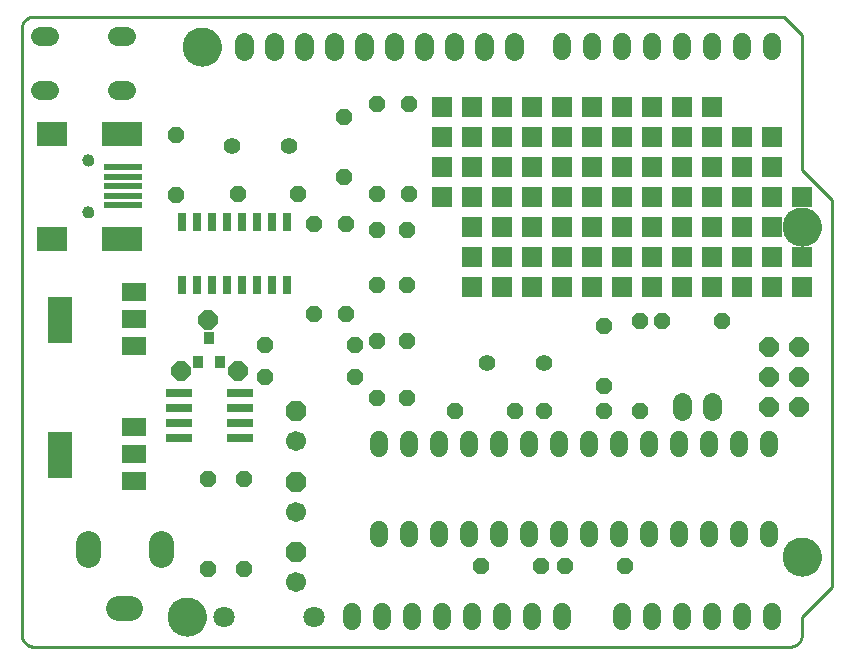
<source format=gts>
G75*
%MOIN*%
%OFA0B0*%
%FSLAX25Y25*%
%IPPOS*%
%LPD*%
%AMOC8*
5,1,8,0,0,1.08239X$1,22.5*
%
%ADD10C,0.01000*%
%ADD11C,0.00000*%
%ADD12C,0.12998*%
%ADD13C,0.06000*%
%ADD14OC8,0.06502*%
%ADD15C,0.06400*%
%ADD16OC8,0.06700*%
%ADD17C,0.06700*%
%ADD18OC8,0.05600*%
%ADD19R,0.03500X0.03900*%
%ADD20R,0.09061X0.02762*%
%ADD21R,0.08300X0.06300*%
%ADD22R,0.08300X0.15400*%
%ADD23R,0.10243X0.08274*%
%ADD24R,0.13392X0.08274*%
%ADD25R,0.12605X0.02369*%
%ADD26C,0.03943*%
%ADD27C,0.05600*%
%ADD28R,0.02900X0.06400*%
%ADD29C,0.07093*%
%ADD30OC8,0.06400*%
%ADD31C,0.08400*%
%ADD32R,0.06896X0.06896*%
D10*
X0009770Y0009437D02*
X0009770Y0211563D01*
X0009772Y0211687D01*
X0009778Y0211810D01*
X0009787Y0211934D01*
X0009801Y0212056D01*
X0009818Y0212179D01*
X0009840Y0212301D01*
X0009865Y0212422D01*
X0009894Y0212542D01*
X0009926Y0212661D01*
X0009963Y0212780D01*
X0010003Y0212897D01*
X0010046Y0213012D01*
X0010094Y0213127D01*
X0010145Y0213239D01*
X0010199Y0213350D01*
X0010257Y0213460D01*
X0010318Y0213567D01*
X0010383Y0213673D01*
X0010451Y0213776D01*
X0010522Y0213877D01*
X0010596Y0213976D01*
X0010673Y0214073D01*
X0010754Y0214167D01*
X0010837Y0214258D01*
X0010923Y0214347D01*
X0011012Y0214433D01*
X0011103Y0214516D01*
X0011197Y0214597D01*
X0011294Y0214674D01*
X0011393Y0214748D01*
X0011494Y0214819D01*
X0011597Y0214887D01*
X0011703Y0214952D01*
X0011810Y0215013D01*
X0011920Y0215071D01*
X0012031Y0215125D01*
X0012143Y0215176D01*
X0012258Y0215224D01*
X0012373Y0215267D01*
X0012490Y0215307D01*
X0012609Y0215344D01*
X0012728Y0215376D01*
X0012848Y0215405D01*
X0012969Y0215430D01*
X0013091Y0215452D01*
X0013214Y0215469D01*
X0013336Y0215483D01*
X0013460Y0215492D01*
X0013583Y0215498D01*
X0013707Y0215500D01*
X0263770Y0215500D01*
X0269770Y0209500D01*
X0269770Y0164500D01*
X0279770Y0154500D01*
X0279770Y0025500D01*
X0269770Y0015500D01*
X0269770Y0009437D01*
X0269768Y0009313D01*
X0269762Y0009190D01*
X0269753Y0009066D01*
X0269739Y0008944D01*
X0269722Y0008821D01*
X0269700Y0008699D01*
X0269675Y0008578D01*
X0269646Y0008458D01*
X0269614Y0008339D01*
X0269577Y0008220D01*
X0269537Y0008103D01*
X0269494Y0007988D01*
X0269446Y0007873D01*
X0269395Y0007761D01*
X0269341Y0007650D01*
X0269283Y0007540D01*
X0269222Y0007433D01*
X0269157Y0007327D01*
X0269089Y0007224D01*
X0269018Y0007123D01*
X0268944Y0007024D01*
X0268867Y0006927D01*
X0268786Y0006833D01*
X0268703Y0006742D01*
X0268617Y0006653D01*
X0268528Y0006567D01*
X0268437Y0006484D01*
X0268343Y0006403D01*
X0268246Y0006326D01*
X0268147Y0006252D01*
X0268046Y0006181D01*
X0267943Y0006113D01*
X0267837Y0006048D01*
X0267730Y0005987D01*
X0267620Y0005929D01*
X0267509Y0005875D01*
X0267397Y0005824D01*
X0267282Y0005776D01*
X0267167Y0005733D01*
X0267050Y0005693D01*
X0266931Y0005656D01*
X0266812Y0005624D01*
X0266692Y0005595D01*
X0266571Y0005570D01*
X0266449Y0005548D01*
X0266326Y0005531D01*
X0266204Y0005517D01*
X0266080Y0005508D01*
X0265957Y0005502D01*
X0265833Y0005500D01*
X0013707Y0005500D01*
X0013583Y0005502D01*
X0013460Y0005508D01*
X0013336Y0005517D01*
X0013214Y0005531D01*
X0013091Y0005548D01*
X0012969Y0005570D01*
X0012848Y0005595D01*
X0012728Y0005624D01*
X0012609Y0005656D01*
X0012490Y0005693D01*
X0012373Y0005733D01*
X0012258Y0005776D01*
X0012143Y0005824D01*
X0012031Y0005875D01*
X0011920Y0005929D01*
X0011810Y0005987D01*
X0011703Y0006048D01*
X0011597Y0006113D01*
X0011494Y0006181D01*
X0011393Y0006252D01*
X0011294Y0006326D01*
X0011197Y0006403D01*
X0011103Y0006484D01*
X0011012Y0006567D01*
X0010923Y0006653D01*
X0010837Y0006742D01*
X0010754Y0006833D01*
X0010673Y0006927D01*
X0010596Y0007024D01*
X0010522Y0007123D01*
X0010451Y0007224D01*
X0010383Y0007327D01*
X0010318Y0007433D01*
X0010257Y0007540D01*
X0010199Y0007650D01*
X0010145Y0007761D01*
X0010094Y0007873D01*
X0010046Y0007988D01*
X0010003Y0008103D01*
X0009963Y0008220D01*
X0009926Y0008339D01*
X0009894Y0008458D01*
X0009865Y0008578D01*
X0009840Y0008699D01*
X0009818Y0008821D01*
X0009801Y0008944D01*
X0009787Y0009066D01*
X0009778Y0009190D01*
X0009772Y0009313D01*
X0009770Y0009437D01*
D11*
X0058471Y0015500D02*
X0058473Y0015658D01*
X0058479Y0015816D01*
X0058489Y0015974D01*
X0058503Y0016132D01*
X0058521Y0016289D01*
X0058542Y0016446D01*
X0058568Y0016602D01*
X0058598Y0016758D01*
X0058631Y0016913D01*
X0058669Y0017066D01*
X0058710Y0017219D01*
X0058755Y0017371D01*
X0058804Y0017522D01*
X0058857Y0017671D01*
X0058913Y0017819D01*
X0058973Y0017965D01*
X0059037Y0018110D01*
X0059105Y0018253D01*
X0059176Y0018395D01*
X0059250Y0018535D01*
X0059328Y0018672D01*
X0059410Y0018808D01*
X0059494Y0018942D01*
X0059583Y0019073D01*
X0059674Y0019202D01*
X0059769Y0019329D01*
X0059866Y0019454D01*
X0059967Y0019576D01*
X0060071Y0019695D01*
X0060178Y0019812D01*
X0060288Y0019926D01*
X0060401Y0020037D01*
X0060516Y0020146D01*
X0060634Y0020251D01*
X0060755Y0020353D01*
X0060878Y0020453D01*
X0061004Y0020549D01*
X0061132Y0020642D01*
X0061262Y0020732D01*
X0061395Y0020818D01*
X0061530Y0020902D01*
X0061666Y0020981D01*
X0061805Y0021058D01*
X0061946Y0021130D01*
X0062088Y0021200D01*
X0062232Y0021265D01*
X0062378Y0021327D01*
X0062525Y0021385D01*
X0062674Y0021440D01*
X0062824Y0021491D01*
X0062975Y0021538D01*
X0063127Y0021581D01*
X0063280Y0021620D01*
X0063435Y0021656D01*
X0063590Y0021687D01*
X0063746Y0021715D01*
X0063902Y0021739D01*
X0064059Y0021759D01*
X0064217Y0021775D01*
X0064374Y0021787D01*
X0064533Y0021795D01*
X0064691Y0021799D01*
X0064849Y0021799D01*
X0065007Y0021795D01*
X0065166Y0021787D01*
X0065323Y0021775D01*
X0065481Y0021759D01*
X0065638Y0021739D01*
X0065794Y0021715D01*
X0065950Y0021687D01*
X0066105Y0021656D01*
X0066260Y0021620D01*
X0066413Y0021581D01*
X0066565Y0021538D01*
X0066716Y0021491D01*
X0066866Y0021440D01*
X0067015Y0021385D01*
X0067162Y0021327D01*
X0067308Y0021265D01*
X0067452Y0021200D01*
X0067594Y0021130D01*
X0067735Y0021058D01*
X0067874Y0020981D01*
X0068010Y0020902D01*
X0068145Y0020818D01*
X0068278Y0020732D01*
X0068408Y0020642D01*
X0068536Y0020549D01*
X0068662Y0020453D01*
X0068785Y0020353D01*
X0068906Y0020251D01*
X0069024Y0020146D01*
X0069139Y0020037D01*
X0069252Y0019926D01*
X0069362Y0019812D01*
X0069469Y0019695D01*
X0069573Y0019576D01*
X0069674Y0019454D01*
X0069771Y0019329D01*
X0069866Y0019202D01*
X0069957Y0019073D01*
X0070046Y0018942D01*
X0070130Y0018808D01*
X0070212Y0018672D01*
X0070290Y0018535D01*
X0070364Y0018395D01*
X0070435Y0018253D01*
X0070503Y0018110D01*
X0070567Y0017965D01*
X0070627Y0017819D01*
X0070683Y0017671D01*
X0070736Y0017522D01*
X0070785Y0017371D01*
X0070830Y0017219D01*
X0070871Y0017066D01*
X0070909Y0016913D01*
X0070942Y0016758D01*
X0070972Y0016602D01*
X0070998Y0016446D01*
X0071019Y0016289D01*
X0071037Y0016132D01*
X0071051Y0015974D01*
X0071061Y0015816D01*
X0071067Y0015658D01*
X0071069Y0015500D01*
X0071067Y0015342D01*
X0071061Y0015184D01*
X0071051Y0015026D01*
X0071037Y0014868D01*
X0071019Y0014711D01*
X0070998Y0014554D01*
X0070972Y0014398D01*
X0070942Y0014242D01*
X0070909Y0014087D01*
X0070871Y0013934D01*
X0070830Y0013781D01*
X0070785Y0013629D01*
X0070736Y0013478D01*
X0070683Y0013329D01*
X0070627Y0013181D01*
X0070567Y0013035D01*
X0070503Y0012890D01*
X0070435Y0012747D01*
X0070364Y0012605D01*
X0070290Y0012465D01*
X0070212Y0012328D01*
X0070130Y0012192D01*
X0070046Y0012058D01*
X0069957Y0011927D01*
X0069866Y0011798D01*
X0069771Y0011671D01*
X0069674Y0011546D01*
X0069573Y0011424D01*
X0069469Y0011305D01*
X0069362Y0011188D01*
X0069252Y0011074D01*
X0069139Y0010963D01*
X0069024Y0010854D01*
X0068906Y0010749D01*
X0068785Y0010647D01*
X0068662Y0010547D01*
X0068536Y0010451D01*
X0068408Y0010358D01*
X0068278Y0010268D01*
X0068145Y0010182D01*
X0068010Y0010098D01*
X0067874Y0010019D01*
X0067735Y0009942D01*
X0067594Y0009870D01*
X0067452Y0009800D01*
X0067308Y0009735D01*
X0067162Y0009673D01*
X0067015Y0009615D01*
X0066866Y0009560D01*
X0066716Y0009509D01*
X0066565Y0009462D01*
X0066413Y0009419D01*
X0066260Y0009380D01*
X0066105Y0009344D01*
X0065950Y0009313D01*
X0065794Y0009285D01*
X0065638Y0009261D01*
X0065481Y0009241D01*
X0065323Y0009225D01*
X0065166Y0009213D01*
X0065007Y0009205D01*
X0064849Y0009201D01*
X0064691Y0009201D01*
X0064533Y0009205D01*
X0064374Y0009213D01*
X0064217Y0009225D01*
X0064059Y0009241D01*
X0063902Y0009261D01*
X0063746Y0009285D01*
X0063590Y0009313D01*
X0063435Y0009344D01*
X0063280Y0009380D01*
X0063127Y0009419D01*
X0062975Y0009462D01*
X0062824Y0009509D01*
X0062674Y0009560D01*
X0062525Y0009615D01*
X0062378Y0009673D01*
X0062232Y0009735D01*
X0062088Y0009800D01*
X0061946Y0009870D01*
X0061805Y0009942D01*
X0061666Y0010019D01*
X0061530Y0010098D01*
X0061395Y0010182D01*
X0061262Y0010268D01*
X0061132Y0010358D01*
X0061004Y0010451D01*
X0060878Y0010547D01*
X0060755Y0010647D01*
X0060634Y0010749D01*
X0060516Y0010854D01*
X0060401Y0010963D01*
X0060288Y0011074D01*
X0060178Y0011188D01*
X0060071Y0011305D01*
X0059967Y0011424D01*
X0059866Y0011546D01*
X0059769Y0011671D01*
X0059674Y0011798D01*
X0059583Y0011927D01*
X0059494Y0012058D01*
X0059410Y0012192D01*
X0059328Y0012328D01*
X0059250Y0012465D01*
X0059176Y0012605D01*
X0059105Y0012747D01*
X0059037Y0012890D01*
X0058973Y0013035D01*
X0058913Y0013181D01*
X0058857Y0013329D01*
X0058804Y0013478D01*
X0058755Y0013629D01*
X0058710Y0013781D01*
X0058669Y0013934D01*
X0058631Y0014087D01*
X0058598Y0014242D01*
X0058568Y0014398D01*
X0058542Y0014554D01*
X0058521Y0014711D01*
X0058503Y0014868D01*
X0058489Y0015026D01*
X0058479Y0015184D01*
X0058473Y0015342D01*
X0058471Y0015500D01*
X0029998Y0150339D02*
X0030000Y0150423D01*
X0030006Y0150506D01*
X0030016Y0150589D01*
X0030030Y0150672D01*
X0030047Y0150754D01*
X0030069Y0150835D01*
X0030094Y0150914D01*
X0030123Y0150993D01*
X0030156Y0151070D01*
X0030192Y0151145D01*
X0030232Y0151219D01*
X0030275Y0151291D01*
X0030322Y0151360D01*
X0030372Y0151427D01*
X0030425Y0151492D01*
X0030481Y0151554D01*
X0030539Y0151614D01*
X0030601Y0151671D01*
X0030665Y0151724D01*
X0030732Y0151775D01*
X0030801Y0151822D01*
X0030872Y0151867D01*
X0030945Y0151907D01*
X0031020Y0151944D01*
X0031097Y0151978D01*
X0031175Y0152008D01*
X0031254Y0152034D01*
X0031335Y0152057D01*
X0031417Y0152075D01*
X0031499Y0152090D01*
X0031582Y0152101D01*
X0031665Y0152108D01*
X0031749Y0152111D01*
X0031833Y0152110D01*
X0031916Y0152105D01*
X0032000Y0152096D01*
X0032082Y0152083D01*
X0032164Y0152067D01*
X0032245Y0152046D01*
X0032326Y0152022D01*
X0032404Y0151994D01*
X0032482Y0151962D01*
X0032558Y0151926D01*
X0032632Y0151887D01*
X0032704Y0151845D01*
X0032774Y0151799D01*
X0032842Y0151750D01*
X0032907Y0151698D01*
X0032970Y0151643D01*
X0033030Y0151585D01*
X0033088Y0151524D01*
X0033142Y0151460D01*
X0033194Y0151394D01*
X0033242Y0151326D01*
X0033287Y0151255D01*
X0033328Y0151182D01*
X0033367Y0151108D01*
X0033401Y0151032D01*
X0033432Y0150954D01*
X0033459Y0150875D01*
X0033483Y0150794D01*
X0033502Y0150713D01*
X0033518Y0150631D01*
X0033530Y0150548D01*
X0033538Y0150464D01*
X0033542Y0150381D01*
X0033542Y0150297D01*
X0033538Y0150214D01*
X0033530Y0150130D01*
X0033518Y0150047D01*
X0033502Y0149965D01*
X0033483Y0149884D01*
X0033459Y0149803D01*
X0033432Y0149724D01*
X0033401Y0149646D01*
X0033367Y0149570D01*
X0033328Y0149496D01*
X0033287Y0149423D01*
X0033242Y0149352D01*
X0033194Y0149284D01*
X0033142Y0149218D01*
X0033088Y0149154D01*
X0033030Y0149093D01*
X0032970Y0149035D01*
X0032907Y0148980D01*
X0032842Y0148928D01*
X0032774Y0148879D01*
X0032704Y0148833D01*
X0032632Y0148791D01*
X0032558Y0148752D01*
X0032482Y0148716D01*
X0032404Y0148684D01*
X0032326Y0148656D01*
X0032245Y0148632D01*
X0032164Y0148611D01*
X0032082Y0148595D01*
X0032000Y0148582D01*
X0031916Y0148573D01*
X0031833Y0148568D01*
X0031749Y0148567D01*
X0031665Y0148570D01*
X0031582Y0148577D01*
X0031499Y0148588D01*
X0031417Y0148603D01*
X0031335Y0148621D01*
X0031254Y0148644D01*
X0031175Y0148670D01*
X0031097Y0148700D01*
X0031020Y0148734D01*
X0030945Y0148771D01*
X0030872Y0148811D01*
X0030801Y0148856D01*
X0030732Y0148903D01*
X0030665Y0148954D01*
X0030601Y0149007D01*
X0030539Y0149064D01*
X0030481Y0149124D01*
X0030425Y0149186D01*
X0030372Y0149251D01*
X0030322Y0149318D01*
X0030275Y0149387D01*
X0030232Y0149459D01*
X0030192Y0149533D01*
X0030156Y0149608D01*
X0030123Y0149685D01*
X0030094Y0149764D01*
X0030069Y0149843D01*
X0030047Y0149924D01*
X0030030Y0150006D01*
X0030016Y0150089D01*
X0030006Y0150172D01*
X0030000Y0150255D01*
X0029998Y0150339D01*
X0029998Y0167661D02*
X0030000Y0167745D01*
X0030006Y0167828D01*
X0030016Y0167911D01*
X0030030Y0167994D01*
X0030047Y0168076D01*
X0030069Y0168157D01*
X0030094Y0168236D01*
X0030123Y0168315D01*
X0030156Y0168392D01*
X0030192Y0168467D01*
X0030232Y0168541D01*
X0030275Y0168613D01*
X0030322Y0168682D01*
X0030372Y0168749D01*
X0030425Y0168814D01*
X0030481Y0168876D01*
X0030539Y0168936D01*
X0030601Y0168993D01*
X0030665Y0169046D01*
X0030732Y0169097D01*
X0030801Y0169144D01*
X0030872Y0169189D01*
X0030945Y0169229D01*
X0031020Y0169266D01*
X0031097Y0169300D01*
X0031175Y0169330D01*
X0031254Y0169356D01*
X0031335Y0169379D01*
X0031417Y0169397D01*
X0031499Y0169412D01*
X0031582Y0169423D01*
X0031665Y0169430D01*
X0031749Y0169433D01*
X0031833Y0169432D01*
X0031916Y0169427D01*
X0032000Y0169418D01*
X0032082Y0169405D01*
X0032164Y0169389D01*
X0032245Y0169368D01*
X0032326Y0169344D01*
X0032404Y0169316D01*
X0032482Y0169284D01*
X0032558Y0169248D01*
X0032632Y0169209D01*
X0032704Y0169167D01*
X0032774Y0169121D01*
X0032842Y0169072D01*
X0032907Y0169020D01*
X0032970Y0168965D01*
X0033030Y0168907D01*
X0033088Y0168846D01*
X0033142Y0168782D01*
X0033194Y0168716D01*
X0033242Y0168648D01*
X0033287Y0168577D01*
X0033328Y0168504D01*
X0033367Y0168430D01*
X0033401Y0168354D01*
X0033432Y0168276D01*
X0033459Y0168197D01*
X0033483Y0168116D01*
X0033502Y0168035D01*
X0033518Y0167953D01*
X0033530Y0167870D01*
X0033538Y0167786D01*
X0033542Y0167703D01*
X0033542Y0167619D01*
X0033538Y0167536D01*
X0033530Y0167452D01*
X0033518Y0167369D01*
X0033502Y0167287D01*
X0033483Y0167206D01*
X0033459Y0167125D01*
X0033432Y0167046D01*
X0033401Y0166968D01*
X0033367Y0166892D01*
X0033328Y0166818D01*
X0033287Y0166745D01*
X0033242Y0166674D01*
X0033194Y0166606D01*
X0033142Y0166540D01*
X0033088Y0166476D01*
X0033030Y0166415D01*
X0032970Y0166357D01*
X0032907Y0166302D01*
X0032842Y0166250D01*
X0032774Y0166201D01*
X0032704Y0166155D01*
X0032632Y0166113D01*
X0032558Y0166074D01*
X0032482Y0166038D01*
X0032404Y0166006D01*
X0032326Y0165978D01*
X0032245Y0165954D01*
X0032164Y0165933D01*
X0032082Y0165917D01*
X0032000Y0165904D01*
X0031916Y0165895D01*
X0031833Y0165890D01*
X0031749Y0165889D01*
X0031665Y0165892D01*
X0031582Y0165899D01*
X0031499Y0165910D01*
X0031417Y0165925D01*
X0031335Y0165943D01*
X0031254Y0165966D01*
X0031175Y0165992D01*
X0031097Y0166022D01*
X0031020Y0166056D01*
X0030945Y0166093D01*
X0030872Y0166133D01*
X0030801Y0166178D01*
X0030732Y0166225D01*
X0030665Y0166276D01*
X0030601Y0166329D01*
X0030539Y0166386D01*
X0030481Y0166446D01*
X0030425Y0166508D01*
X0030372Y0166573D01*
X0030322Y0166640D01*
X0030275Y0166709D01*
X0030232Y0166781D01*
X0030192Y0166855D01*
X0030156Y0166930D01*
X0030123Y0167007D01*
X0030094Y0167086D01*
X0030069Y0167165D01*
X0030047Y0167246D01*
X0030030Y0167328D01*
X0030016Y0167411D01*
X0030006Y0167494D01*
X0030000Y0167577D01*
X0029998Y0167661D01*
X0063471Y0205500D02*
X0063473Y0205658D01*
X0063479Y0205816D01*
X0063489Y0205974D01*
X0063503Y0206132D01*
X0063521Y0206289D01*
X0063542Y0206446D01*
X0063568Y0206602D01*
X0063598Y0206758D01*
X0063631Y0206913D01*
X0063669Y0207066D01*
X0063710Y0207219D01*
X0063755Y0207371D01*
X0063804Y0207522D01*
X0063857Y0207671D01*
X0063913Y0207819D01*
X0063973Y0207965D01*
X0064037Y0208110D01*
X0064105Y0208253D01*
X0064176Y0208395D01*
X0064250Y0208535D01*
X0064328Y0208672D01*
X0064410Y0208808D01*
X0064494Y0208942D01*
X0064583Y0209073D01*
X0064674Y0209202D01*
X0064769Y0209329D01*
X0064866Y0209454D01*
X0064967Y0209576D01*
X0065071Y0209695D01*
X0065178Y0209812D01*
X0065288Y0209926D01*
X0065401Y0210037D01*
X0065516Y0210146D01*
X0065634Y0210251D01*
X0065755Y0210353D01*
X0065878Y0210453D01*
X0066004Y0210549D01*
X0066132Y0210642D01*
X0066262Y0210732D01*
X0066395Y0210818D01*
X0066530Y0210902D01*
X0066666Y0210981D01*
X0066805Y0211058D01*
X0066946Y0211130D01*
X0067088Y0211200D01*
X0067232Y0211265D01*
X0067378Y0211327D01*
X0067525Y0211385D01*
X0067674Y0211440D01*
X0067824Y0211491D01*
X0067975Y0211538D01*
X0068127Y0211581D01*
X0068280Y0211620D01*
X0068435Y0211656D01*
X0068590Y0211687D01*
X0068746Y0211715D01*
X0068902Y0211739D01*
X0069059Y0211759D01*
X0069217Y0211775D01*
X0069374Y0211787D01*
X0069533Y0211795D01*
X0069691Y0211799D01*
X0069849Y0211799D01*
X0070007Y0211795D01*
X0070166Y0211787D01*
X0070323Y0211775D01*
X0070481Y0211759D01*
X0070638Y0211739D01*
X0070794Y0211715D01*
X0070950Y0211687D01*
X0071105Y0211656D01*
X0071260Y0211620D01*
X0071413Y0211581D01*
X0071565Y0211538D01*
X0071716Y0211491D01*
X0071866Y0211440D01*
X0072015Y0211385D01*
X0072162Y0211327D01*
X0072308Y0211265D01*
X0072452Y0211200D01*
X0072594Y0211130D01*
X0072735Y0211058D01*
X0072874Y0210981D01*
X0073010Y0210902D01*
X0073145Y0210818D01*
X0073278Y0210732D01*
X0073408Y0210642D01*
X0073536Y0210549D01*
X0073662Y0210453D01*
X0073785Y0210353D01*
X0073906Y0210251D01*
X0074024Y0210146D01*
X0074139Y0210037D01*
X0074252Y0209926D01*
X0074362Y0209812D01*
X0074469Y0209695D01*
X0074573Y0209576D01*
X0074674Y0209454D01*
X0074771Y0209329D01*
X0074866Y0209202D01*
X0074957Y0209073D01*
X0075046Y0208942D01*
X0075130Y0208808D01*
X0075212Y0208672D01*
X0075290Y0208535D01*
X0075364Y0208395D01*
X0075435Y0208253D01*
X0075503Y0208110D01*
X0075567Y0207965D01*
X0075627Y0207819D01*
X0075683Y0207671D01*
X0075736Y0207522D01*
X0075785Y0207371D01*
X0075830Y0207219D01*
X0075871Y0207066D01*
X0075909Y0206913D01*
X0075942Y0206758D01*
X0075972Y0206602D01*
X0075998Y0206446D01*
X0076019Y0206289D01*
X0076037Y0206132D01*
X0076051Y0205974D01*
X0076061Y0205816D01*
X0076067Y0205658D01*
X0076069Y0205500D01*
X0076067Y0205342D01*
X0076061Y0205184D01*
X0076051Y0205026D01*
X0076037Y0204868D01*
X0076019Y0204711D01*
X0075998Y0204554D01*
X0075972Y0204398D01*
X0075942Y0204242D01*
X0075909Y0204087D01*
X0075871Y0203934D01*
X0075830Y0203781D01*
X0075785Y0203629D01*
X0075736Y0203478D01*
X0075683Y0203329D01*
X0075627Y0203181D01*
X0075567Y0203035D01*
X0075503Y0202890D01*
X0075435Y0202747D01*
X0075364Y0202605D01*
X0075290Y0202465D01*
X0075212Y0202328D01*
X0075130Y0202192D01*
X0075046Y0202058D01*
X0074957Y0201927D01*
X0074866Y0201798D01*
X0074771Y0201671D01*
X0074674Y0201546D01*
X0074573Y0201424D01*
X0074469Y0201305D01*
X0074362Y0201188D01*
X0074252Y0201074D01*
X0074139Y0200963D01*
X0074024Y0200854D01*
X0073906Y0200749D01*
X0073785Y0200647D01*
X0073662Y0200547D01*
X0073536Y0200451D01*
X0073408Y0200358D01*
X0073278Y0200268D01*
X0073145Y0200182D01*
X0073010Y0200098D01*
X0072874Y0200019D01*
X0072735Y0199942D01*
X0072594Y0199870D01*
X0072452Y0199800D01*
X0072308Y0199735D01*
X0072162Y0199673D01*
X0072015Y0199615D01*
X0071866Y0199560D01*
X0071716Y0199509D01*
X0071565Y0199462D01*
X0071413Y0199419D01*
X0071260Y0199380D01*
X0071105Y0199344D01*
X0070950Y0199313D01*
X0070794Y0199285D01*
X0070638Y0199261D01*
X0070481Y0199241D01*
X0070323Y0199225D01*
X0070166Y0199213D01*
X0070007Y0199205D01*
X0069849Y0199201D01*
X0069691Y0199201D01*
X0069533Y0199205D01*
X0069374Y0199213D01*
X0069217Y0199225D01*
X0069059Y0199241D01*
X0068902Y0199261D01*
X0068746Y0199285D01*
X0068590Y0199313D01*
X0068435Y0199344D01*
X0068280Y0199380D01*
X0068127Y0199419D01*
X0067975Y0199462D01*
X0067824Y0199509D01*
X0067674Y0199560D01*
X0067525Y0199615D01*
X0067378Y0199673D01*
X0067232Y0199735D01*
X0067088Y0199800D01*
X0066946Y0199870D01*
X0066805Y0199942D01*
X0066666Y0200019D01*
X0066530Y0200098D01*
X0066395Y0200182D01*
X0066262Y0200268D01*
X0066132Y0200358D01*
X0066004Y0200451D01*
X0065878Y0200547D01*
X0065755Y0200647D01*
X0065634Y0200749D01*
X0065516Y0200854D01*
X0065401Y0200963D01*
X0065288Y0201074D01*
X0065178Y0201188D01*
X0065071Y0201305D01*
X0064967Y0201424D01*
X0064866Y0201546D01*
X0064769Y0201671D01*
X0064674Y0201798D01*
X0064583Y0201927D01*
X0064494Y0202058D01*
X0064410Y0202192D01*
X0064328Y0202328D01*
X0064250Y0202465D01*
X0064176Y0202605D01*
X0064105Y0202747D01*
X0064037Y0202890D01*
X0063973Y0203035D01*
X0063913Y0203181D01*
X0063857Y0203329D01*
X0063804Y0203478D01*
X0063755Y0203629D01*
X0063710Y0203781D01*
X0063669Y0203934D01*
X0063631Y0204087D01*
X0063598Y0204242D01*
X0063568Y0204398D01*
X0063542Y0204554D01*
X0063521Y0204711D01*
X0063503Y0204868D01*
X0063489Y0205026D01*
X0063479Y0205184D01*
X0063473Y0205342D01*
X0063471Y0205500D01*
X0263471Y0145500D02*
X0263473Y0145658D01*
X0263479Y0145816D01*
X0263489Y0145974D01*
X0263503Y0146132D01*
X0263521Y0146289D01*
X0263542Y0146446D01*
X0263568Y0146602D01*
X0263598Y0146758D01*
X0263631Y0146913D01*
X0263669Y0147066D01*
X0263710Y0147219D01*
X0263755Y0147371D01*
X0263804Y0147522D01*
X0263857Y0147671D01*
X0263913Y0147819D01*
X0263973Y0147965D01*
X0264037Y0148110D01*
X0264105Y0148253D01*
X0264176Y0148395D01*
X0264250Y0148535D01*
X0264328Y0148672D01*
X0264410Y0148808D01*
X0264494Y0148942D01*
X0264583Y0149073D01*
X0264674Y0149202D01*
X0264769Y0149329D01*
X0264866Y0149454D01*
X0264967Y0149576D01*
X0265071Y0149695D01*
X0265178Y0149812D01*
X0265288Y0149926D01*
X0265401Y0150037D01*
X0265516Y0150146D01*
X0265634Y0150251D01*
X0265755Y0150353D01*
X0265878Y0150453D01*
X0266004Y0150549D01*
X0266132Y0150642D01*
X0266262Y0150732D01*
X0266395Y0150818D01*
X0266530Y0150902D01*
X0266666Y0150981D01*
X0266805Y0151058D01*
X0266946Y0151130D01*
X0267088Y0151200D01*
X0267232Y0151265D01*
X0267378Y0151327D01*
X0267525Y0151385D01*
X0267674Y0151440D01*
X0267824Y0151491D01*
X0267975Y0151538D01*
X0268127Y0151581D01*
X0268280Y0151620D01*
X0268435Y0151656D01*
X0268590Y0151687D01*
X0268746Y0151715D01*
X0268902Y0151739D01*
X0269059Y0151759D01*
X0269217Y0151775D01*
X0269374Y0151787D01*
X0269533Y0151795D01*
X0269691Y0151799D01*
X0269849Y0151799D01*
X0270007Y0151795D01*
X0270166Y0151787D01*
X0270323Y0151775D01*
X0270481Y0151759D01*
X0270638Y0151739D01*
X0270794Y0151715D01*
X0270950Y0151687D01*
X0271105Y0151656D01*
X0271260Y0151620D01*
X0271413Y0151581D01*
X0271565Y0151538D01*
X0271716Y0151491D01*
X0271866Y0151440D01*
X0272015Y0151385D01*
X0272162Y0151327D01*
X0272308Y0151265D01*
X0272452Y0151200D01*
X0272594Y0151130D01*
X0272735Y0151058D01*
X0272874Y0150981D01*
X0273010Y0150902D01*
X0273145Y0150818D01*
X0273278Y0150732D01*
X0273408Y0150642D01*
X0273536Y0150549D01*
X0273662Y0150453D01*
X0273785Y0150353D01*
X0273906Y0150251D01*
X0274024Y0150146D01*
X0274139Y0150037D01*
X0274252Y0149926D01*
X0274362Y0149812D01*
X0274469Y0149695D01*
X0274573Y0149576D01*
X0274674Y0149454D01*
X0274771Y0149329D01*
X0274866Y0149202D01*
X0274957Y0149073D01*
X0275046Y0148942D01*
X0275130Y0148808D01*
X0275212Y0148672D01*
X0275290Y0148535D01*
X0275364Y0148395D01*
X0275435Y0148253D01*
X0275503Y0148110D01*
X0275567Y0147965D01*
X0275627Y0147819D01*
X0275683Y0147671D01*
X0275736Y0147522D01*
X0275785Y0147371D01*
X0275830Y0147219D01*
X0275871Y0147066D01*
X0275909Y0146913D01*
X0275942Y0146758D01*
X0275972Y0146602D01*
X0275998Y0146446D01*
X0276019Y0146289D01*
X0276037Y0146132D01*
X0276051Y0145974D01*
X0276061Y0145816D01*
X0276067Y0145658D01*
X0276069Y0145500D01*
X0276067Y0145342D01*
X0276061Y0145184D01*
X0276051Y0145026D01*
X0276037Y0144868D01*
X0276019Y0144711D01*
X0275998Y0144554D01*
X0275972Y0144398D01*
X0275942Y0144242D01*
X0275909Y0144087D01*
X0275871Y0143934D01*
X0275830Y0143781D01*
X0275785Y0143629D01*
X0275736Y0143478D01*
X0275683Y0143329D01*
X0275627Y0143181D01*
X0275567Y0143035D01*
X0275503Y0142890D01*
X0275435Y0142747D01*
X0275364Y0142605D01*
X0275290Y0142465D01*
X0275212Y0142328D01*
X0275130Y0142192D01*
X0275046Y0142058D01*
X0274957Y0141927D01*
X0274866Y0141798D01*
X0274771Y0141671D01*
X0274674Y0141546D01*
X0274573Y0141424D01*
X0274469Y0141305D01*
X0274362Y0141188D01*
X0274252Y0141074D01*
X0274139Y0140963D01*
X0274024Y0140854D01*
X0273906Y0140749D01*
X0273785Y0140647D01*
X0273662Y0140547D01*
X0273536Y0140451D01*
X0273408Y0140358D01*
X0273278Y0140268D01*
X0273145Y0140182D01*
X0273010Y0140098D01*
X0272874Y0140019D01*
X0272735Y0139942D01*
X0272594Y0139870D01*
X0272452Y0139800D01*
X0272308Y0139735D01*
X0272162Y0139673D01*
X0272015Y0139615D01*
X0271866Y0139560D01*
X0271716Y0139509D01*
X0271565Y0139462D01*
X0271413Y0139419D01*
X0271260Y0139380D01*
X0271105Y0139344D01*
X0270950Y0139313D01*
X0270794Y0139285D01*
X0270638Y0139261D01*
X0270481Y0139241D01*
X0270323Y0139225D01*
X0270166Y0139213D01*
X0270007Y0139205D01*
X0269849Y0139201D01*
X0269691Y0139201D01*
X0269533Y0139205D01*
X0269374Y0139213D01*
X0269217Y0139225D01*
X0269059Y0139241D01*
X0268902Y0139261D01*
X0268746Y0139285D01*
X0268590Y0139313D01*
X0268435Y0139344D01*
X0268280Y0139380D01*
X0268127Y0139419D01*
X0267975Y0139462D01*
X0267824Y0139509D01*
X0267674Y0139560D01*
X0267525Y0139615D01*
X0267378Y0139673D01*
X0267232Y0139735D01*
X0267088Y0139800D01*
X0266946Y0139870D01*
X0266805Y0139942D01*
X0266666Y0140019D01*
X0266530Y0140098D01*
X0266395Y0140182D01*
X0266262Y0140268D01*
X0266132Y0140358D01*
X0266004Y0140451D01*
X0265878Y0140547D01*
X0265755Y0140647D01*
X0265634Y0140749D01*
X0265516Y0140854D01*
X0265401Y0140963D01*
X0265288Y0141074D01*
X0265178Y0141188D01*
X0265071Y0141305D01*
X0264967Y0141424D01*
X0264866Y0141546D01*
X0264769Y0141671D01*
X0264674Y0141798D01*
X0264583Y0141927D01*
X0264494Y0142058D01*
X0264410Y0142192D01*
X0264328Y0142328D01*
X0264250Y0142465D01*
X0264176Y0142605D01*
X0264105Y0142747D01*
X0264037Y0142890D01*
X0263973Y0143035D01*
X0263913Y0143181D01*
X0263857Y0143329D01*
X0263804Y0143478D01*
X0263755Y0143629D01*
X0263710Y0143781D01*
X0263669Y0143934D01*
X0263631Y0144087D01*
X0263598Y0144242D01*
X0263568Y0144398D01*
X0263542Y0144554D01*
X0263521Y0144711D01*
X0263503Y0144868D01*
X0263489Y0145026D01*
X0263479Y0145184D01*
X0263473Y0145342D01*
X0263471Y0145500D01*
X0263471Y0035500D02*
X0263473Y0035658D01*
X0263479Y0035816D01*
X0263489Y0035974D01*
X0263503Y0036132D01*
X0263521Y0036289D01*
X0263542Y0036446D01*
X0263568Y0036602D01*
X0263598Y0036758D01*
X0263631Y0036913D01*
X0263669Y0037066D01*
X0263710Y0037219D01*
X0263755Y0037371D01*
X0263804Y0037522D01*
X0263857Y0037671D01*
X0263913Y0037819D01*
X0263973Y0037965D01*
X0264037Y0038110D01*
X0264105Y0038253D01*
X0264176Y0038395D01*
X0264250Y0038535D01*
X0264328Y0038672D01*
X0264410Y0038808D01*
X0264494Y0038942D01*
X0264583Y0039073D01*
X0264674Y0039202D01*
X0264769Y0039329D01*
X0264866Y0039454D01*
X0264967Y0039576D01*
X0265071Y0039695D01*
X0265178Y0039812D01*
X0265288Y0039926D01*
X0265401Y0040037D01*
X0265516Y0040146D01*
X0265634Y0040251D01*
X0265755Y0040353D01*
X0265878Y0040453D01*
X0266004Y0040549D01*
X0266132Y0040642D01*
X0266262Y0040732D01*
X0266395Y0040818D01*
X0266530Y0040902D01*
X0266666Y0040981D01*
X0266805Y0041058D01*
X0266946Y0041130D01*
X0267088Y0041200D01*
X0267232Y0041265D01*
X0267378Y0041327D01*
X0267525Y0041385D01*
X0267674Y0041440D01*
X0267824Y0041491D01*
X0267975Y0041538D01*
X0268127Y0041581D01*
X0268280Y0041620D01*
X0268435Y0041656D01*
X0268590Y0041687D01*
X0268746Y0041715D01*
X0268902Y0041739D01*
X0269059Y0041759D01*
X0269217Y0041775D01*
X0269374Y0041787D01*
X0269533Y0041795D01*
X0269691Y0041799D01*
X0269849Y0041799D01*
X0270007Y0041795D01*
X0270166Y0041787D01*
X0270323Y0041775D01*
X0270481Y0041759D01*
X0270638Y0041739D01*
X0270794Y0041715D01*
X0270950Y0041687D01*
X0271105Y0041656D01*
X0271260Y0041620D01*
X0271413Y0041581D01*
X0271565Y0041538D01*
X0271716Y0041491D01*
X0271866Y0041440D01*
X0272015Y0041385D01*
X0272162Y0041327D01*
X0272308Y0041265D01*
X0272452Y0041200D01*
X0272594Y0041130D01*
X0272735Y0041058D01*
X0272874Y0040981D01*
X0273010Y0040902D01*
X0273145Y0040818D01*
X0273278Y0040732D01*
X0273408Y0040642D01*
X0273536Y0040549D01*
X0273662Y0040453D01*
X0273785Y0040353D01*
X0273906Y0040251D01*
X0274024Y0040146D01*
X0274139Y0040037D01*
X0274252Y0039926D01*
X0274362Y0039812D01*
X0274469Y0039695D01*
X0274573Y0039576D01*
X0274674Y0039454D01*
X0274771Y0039329D01*
X0274866Y0039202D01*
X0274957Y0039073D01*
X0275046Y0038942D01*
X0275130Y0038808D01*
X0275212Y0038672D01*
X0275290Y0038535D01*
X0275364Y0038395D01*
X0275435Y0038253D01*
X0275503Y0038110D01*
X0275567Y0037965D01*
X0275627Y0037819D01*
X0275683Y0037671D01*
X0275736Y0037522D01*
X0275785Y0037371D01*
X0275830Y0037219D01*
X0275871Y0037066D01*
X0275909Y0036913D01*
X0275942Y0036758D01*
X0275972Y0036602D01*
X0275998Y0036446D01*
X0276019Y0036289D01*
X0276037Y0036132D01*
X0276051Y0035974D01*
X0276061Y0035816D01*
X0276067Y0035658D01*
X0276069Y0035500D01*
X0276067Y0035342D01*
X0276061Y0035184D01*
X0276051Y0035026D01*
X0276037Y0034868D01*
X0276019Y0034711D01*
X0275998Y0034554D01*
X0275972Y0034398D01*
X0275942Y0034242D01*
X0275909Y0034087D01*
X0275871Y0033934D01*
X0275830Y0033781D01*
X0275785Y0033629D01*
X0275736Y0033478D01*
X0275683Y0033329D01*
X0275627Y0033181D01*
X0275567Y0033035D01*
X0275503Y0032890D01*
X0275435Y0032747D01*
X0275364Y0032605D01*
X0275290Y0032465D01*
X0275212Y0032328D01*
X0275130Y0032192D01*
X0275046Y0032058D01*
X0274957Y0031927D01*
X0274866Y0031798D01*
X0274771Y0031671D01*
X0274674Y0031546D01*
X0274573Y0031424D01*
X0274469Y0031305D01*
X0274362Y0031188D01*
X0274252Y0031074D01*
X0274139Y0030963D01*
X0274024Y0030854D01*
X0273906Y0030749D01*
X0273785Y0030647D01*
X0273662Y0030547D01*
X0273536Y0030451D01*
X0273408Y0030358D01*
X0273278Y0030268D01*
X0273145Y0030182D01*
X0273010Y0030098D01*
X0272874Y0030019D01*
X0272735Y0029942D01*
X0272594Y0029870D01*
X0272452Y0029800D01*
X0272308Y0029735D01*
X0272162Y0029673D01*
X0272015Y0029615D01*
X0271866Y0029560D01*
X0271716Y0029509D01*
X0271565Y0029462D01*
X0271413Y0029419D01*
X0271260Y0029380D01*
X0271105Y0029344D01*
X0270950Y0029313D01*
X0270794Y0029285D01*
X0270638Y0029261D01*
X0270481Y0029241D01*
X0270323Y0029225D01*
X0270166Y0029213D01*
X0270007Y0029205D01*
X0269849Y0029201D01*
X0269691Y0029201D01*
X0269533Y0029205D01*
X0269374Y0029213D01*
X0269217Y0029225D01*
X0269059Y0029241D01*
X0268902Y0029261D01*
X0268746Y0029285D01*
X0268590Y0029313D01*
X0268435Y0029344D01*
X0268280Y0029380D01*
X0268127Y0029419D01*
X0267975Y0029462D01*
X0267824Y0029509D01*
X0267674Y0029560D01*
X0267525Y0029615D01*
X0267378Y0029673D01*
X0267232Y0029735D01*
X0267088Y0029800D01*
X0266946Y0029870D01*
X0266805Y0029942D01*
X0266666Y0030019D01*
X0266530Y0030098D01*
X0266395Y0030182D01*
X0266262Y0030268D01*
X0266132Y0030358D01*
X0266004Y0030451D01*
X0265878Y0030547D01*
X0265755Y0030647D01*
X0265634Y0030749D01*
X0265516Y0030854D01*
X0265401Y0030963D01*
X0265288Y0031074D01*
X0265178Y0031188D01*
X0265071Y0031305D01*
X0264967Y0031424D01*
X0264866Y0031546D01*
X0264769Y0031671D01*
X0264674Y0031798D01*
X0264583Y0031927D01*
X0264494Y0032058D01*
X0264410Y0032192D01*
X0264328Y0032328D01*
X0264250Y0032465D01*
X0264176Y0032605D01*
X0264105Y0032747D01*
X0264037Y0032890D01*
X0263973Y0033035D01*
X0263913Y0033181D01*
X0263857Y0033329D01*
X0263804Y0033478D01*
X0263755Y0033629D01*
X0263710Y0033781D01*
X0263669Y0033934D01*
X0263631Y0034087D01*
X0263598Y0034242D01*
X0263568Y0034398D01*
X0263542Y0034554D01*
X0263521Y0034711D01*
X0263503Y0034868D01*
X0263489Y0035026D01*
X0263479Y0035184D01*
X0263473Y0035342D01*
X0263471Y0035500D01*
D12*
X0269770Y0035500D03*
X0269770Y0145500D03*
X0069770Y0205500D03*
X0064770Y0015500D03*
D13*
X0119770Y0014100D02*
X0119770Y0016900D01*
X0129770Y0016900D02*
X0129770Y0014100D01*
X0139770Y0014100D02*
X0139770Y0016900D01*
X0149770Y0016900D02*
X0149770Y0014100D01*
X0159770Y0014100D02*
X0159770Y0016900D01*
X0169770Y0016900D02*
X0169770Y0014100D01*
X0179770Y0014100D02*
X0179770Y0016900D01*
X0189770Y0016900D02*
X0189770Y0014100D01*
X0209770Y0014100D02*
X0209770Y0016900D01*
X0219770Y0016900D02*
X0219770Y0014100D01*
X0229770Y0014100D02*
X0229770Y0016900D01*
X0239770Y0016900D02*
X0239770Y0014100D01*
X0249770Y0014100D02*
X0249770Y0016900D01*
X0259770Y0016900D02*
X0259770Y0014100D01*
X0258770Y0041600D02*
X0258770Y0044400D01*
X0248770Y0044400D02*
X0248770Y0041600D01*
X0238770Y0041600D02*
X0238770Y0044400D01*
X0228770Y0044400D02*
X0228770Y0041600D01*
X0218770Y0041600D02*
X0218770Y0044400D01*
X0208770Y0044400D02*
X0208770Y0041600D01*
X0198770Y0041600D02*
X0198770Y0044400D01*
X0188770Y0044400D02*
X0188770Y0041600D01*
X0178770Y0041600D02*
X0178770Y0044400D01*
X0168770Y0044400D02*
X0168770Y0041600D01*
X0158770Y0041600D02*
X0158770Y0044400D01*
X0148770Y0044400D02*
X0148770Y0041600D01*
X0138770Y0041600D02*
X0138770Y0044400D01*
X0128770Y0044400D02*
X0128770Y0041600D01*
X0128770Y0071600D02*
X0128770Y0074400D01*
X0138770Y0074400D02*
X0138770Y0071600D01*
X0148770Y0071600D02*
X0148770Y0074400D01*
X0158770Y0074400D02*
X0158770Y0071600D01*
X0168770Y0071600D02*
X0168770Y0074400D01*
X0178770Y0074400D02*
X0178770Y0071600D01*
X0188770Y0071600D02*
X0188770Y0074400D01*
X0198770Y0074400D02*
X0198770Y0071600D01*
X0208770Y0071600D02*
X0208770Y0074400D01*
X0218770Y0074400D02*
X0218770Y0071600D01*
X0228770Y0071600D02*
X0228770Y0074400D01*
X0238770Y0074400D02*
X0238770Y0071600D01*
X0248770Y0071600D02*
X0248770Y0074400D01*
X0258770Y0074400D02*
X0258770Y0071600D01*
X0259770Y0204100D02*
X0259770Y0206900D01*
X0249770Y0206900D02*
X0249770Y0204100D01*
X0239770Y0204100D02*
X0239770Y0206900D01*
X0229770Y0206900D02*
X0229770Y0204100D01*
X0219770Y0204100D02*
X0219770Y0206900D01*
X0209770Y0206900D02*
X0209770Y0204100D01*
X0199770Y0204100D02*
X0199770Y0206900D01*
X0189770Y0206900D02*
X0189770Y0204100D01*
D14*
X0258770Y0105500D03*
X0268770Y0105500D03*
X0268770Y0095500D03*
X0258770Y0095500D03*
X0258770Y0085500D03*
X0268770Y0085500D03*
D15*
X0239770Y0084000D02*
X0239770Y0087000D01*
X0229770Y0087000D02*
X0229770Y0084000D01*
X0173770Y0204000D02*
X0173770Y0207000D01*
X0163770Y0207000D02*
X0163770Y0204000D01*
X0153770Y0204000D02*
X0153770Y0207000D01*
X0143770Y0207000D02*
X0143770Y0204000D01*
X0133770Y0204000D02*
X0133770Y0207000D01*
X0123770Y0207000D02*
X0123770Y0204000D01*
X0113770Y0204000D02*
X0113770Y0207000D01*
X0103770Y0207000D02*
X0103770Y0204000D01*
X0093770Y0204000D02*
X0093770Y0207000D01*
X0083770Y0207000D02*
X0083770Y0204000D01*
X0044570Y0208900D02*
X0041570Y0208900D01*
X0041570Y0191100D02*
X0044570Y0191100D01*
X0018970Y0191100D02*
X0015970Y0191100D01*
X0015970Y0208900D02*
X0018970Y0208900D01*
D16*
X0101270Y0084000D03*
X0101270Y0060500D03*
X0101270Y0037000D03*
D17*
X0101270Y0027000D03*
X0101270Y0050500D03*
X0101270Y0074000D03*
D18*
X0083770Y0061500D03*
X0071770Y0061500D03*
X0071770Y0031500D03*
X0083770Y0031500D03*
X0128270Y0088500D03*
X0120770Y0095500D03*
X0120770Y0106000D03*
X0128270Y0107500D03*
X0138270Y0107500D03*
X0138270Y0126000D03*
X0128270Y0126000D03*
X0117770Y0116500D03*
X0107270Y0116500D03*
X0090770Y0106000D03*
X0090770Y0095500D03*
X0138270Y0088500D03*
X0154270Y0084000D03*
X0174270Y0084000D03*
X0183770Y0084000D03*
X0203770Y0084000D03*
X0203770Y0092500D03*
X0215770Y0084000D03*
X0203770Y0112500D03*
X0215770Y0114000D03*
X0223270Y0114000D03*
X0243270Y0114000D03*
X0210770Y0032500D03*
X0190770Y0032500D03*
X0182770Y0032500D03*
X0162770Y0032500D03*
X0138270Y0144500D03*
X0128270Y0144500D03*
X0117770Y0146500D03*
X0107270Y0146500D03*
X0101770Y0156500D03*
X0117270Y0162000D03*
X0128270Y0156500D03*
X0138770Y0156500D03*
X0117270Y0182000D03*
X0128270Y0186500D03*
X0138770Y0186500D03*
X0081770Y0156500D03*
X0061270Y0156000D03*
X0061270Y0176000D03*
D19*
X0072170Y0108500D03*
X0075970Y0100500D03*
X0068370Y0100500D03*
D20*
X0062033Y0090000D03*
X0062033Y0085000D03*
X0062033Y0080000D03*
X0062033Y0075000D03*
X0082506Y0075000D03*
X0082506Y0080000D03*
X0082506Y0085000D03*
X0082506Y0090000D03*
D21*
X0047170Y0078600D03*
X0047170Y0069600D03*
X0047170Y0060600D03*
X0047170Y0105600D03*
X0047170Y0114600D03*
X0047170Y0123600D03*
D22*
X0022370Y0114500D03*
X0022370Y0069500D03*
D23*
X0019959Y0141480D03*
X0019959Y0176520D03*
D24*
X0043187Y0176520D03*
X0043187Y0141480D03*
D25*
X0043581Y0152701D03*
X0043581Y0155850D03*
X0043581Y0159000D03*
X0043581Y0162150D03*
X0043581Y0165299D03*
D26*
X0031770Y0167661D03*
X0031770Y0150339D03*
D27*
X0079770Y0172500D03*
X0098770Y0172500D03*
X0164770Y0100000D03*
X0183770Y0100000D03*
D28*
X0098270Y0125890D03*
X0093270Y0125890D03*
X0088270Y0125890D03*
X0083270Y0125890D03*
X0078270Y0125890D03*
X0073270Y0125890D03*
X0068270Y0125890D03*
X0063270Y0125890D03*
X0063270Y0147110D03*
X0068270Y0147110D03*
X0073270Y0147110D03*
X0078270Y0147110D03*
X0083270Y0147110D03*
X0088270Y0147110D03*
X0093270Y0147110D03*
X0098270Y0147110D03*
D29*
X0107270Y0015500D03*
X0077270Y0015500D03*
D30*
X0081770Y0097500D03*
X0062770Y0097500D03*
X0071770Y0114500D03*
D31*
X0056270Y0040000D02*
X0056270Y0036000D01*
X0045770Y0018500D02*
X0041770Y0018500D01*
X0031770Y0036000D02*
X0031770Y0040000D01*
D32*
X0159770Y0125500D03*
X0169770Y0125500D03*
X0179770Y0125500D03*
X0189770Y0125500D03*
X0199770Y0125500D03*
X0209770Y0125500D03*
X0219770Y0125500D03*
X0229770Y0125500D03*
X0239770Y0125500D03*
X0249770Y0125500D03*
X0259770Y0125500D03*
X0269770Y0125500D03*
X0269770Y0135500D03*
X0259770Y0135500D03*
X0249770Y0135500D03*
X0239770Y0135500D03*
X0229770Y0135500D03*
X0219770Y0135500D03*
X0209770Y0135500D03*
X0199770Y0135500D03*
X0189770Y0135500D03*
X0179770Y0135500D03*
X0169770Y0135500D03*
X0159770Y0135500D03*
X0159770Y0145500D03*
X0169770Y0145500D03*
X0179770Y0145500D03*
X0189770Y0145500D03*
X0199770Y0145500D03*
X0209770Y0145500D03*
X0219770Y0145500D03*
X0229770Y0145500D03*
X0239770Y0145500D03*
X0249770Y0145500D03*
X0259770Y0145500D03*
X0259770Y0155500D03*
X0269770Y0155500D03*
X0259770Y0165500D03*
X0259770Y0175500D03*
X0249770Y0175500D03*
X0239770Y0175500D03*
X0239770Y0165500D03*
X0249770Y0165500D03*
X0249770Y0155500D03*
X0239770Y0155500D03*
X0229770Y0155500D03*
X0219770Y0155500D03*
X0209770Y0155500D03*
X0199770Y0155500D03*
X0189770Y0155500D03*
X0179770Y0155500D03*
X0169770Y0155500D03*
X0159770Y0155500D03*
X0149770Y0155500D03*
X0149770Y0165500D03*
X0159770Y0165500D03*
X0169770Y0165500D03*
X0179770Y0165500D03*
X0189770Y0165500D03*
X0199770Y0165500D03*
X0209770Y0165500D03*
X0219770Y0165500D03*
X0229770Y0165500D03*
X0229770Y0175500D03*
X0219770Y0175500D03*
X0209770Y0175500D03*
X0199770Y0175500D03*
X0189770Y0175500D03*
X0179770Y0175500D03*
X0169770Y0175500D03*
X0159770Y0175500D03*
X0149770Y0175500D03*
X0149770Y0185500D03*
X0159770Y0185500D03*
X0169770Y0185500D03*
X0179770Y0185500D03*
X0189770Y0185500D03*
X0199770Y0185500D03*
X0209770Y0185500D03*
X0219770Y0185500D03*
X0229770Y0185500D03*
X0239770Y0185500D03*
M02*

</source>
